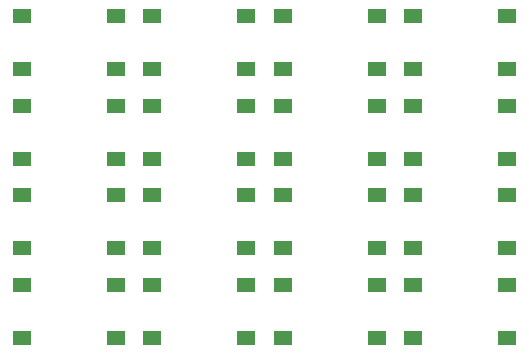
<source format=gbr>
%TF.GenerationSoftware,KiCad,Pcbnew,8.0.1*%
%TF.CreationDate,2024-04-21T10:41:17+07:00*%
%TF.ProjectId,RIFD_Final,52494644-5f46-4696-9e61-6c2e6b696361,rev?*%
%TF.SameCoordinates,Original*%
%TF.FileFunction,Paste,Top*%
%TF.FilePolarity,Positive*%
%FSLAX46Y46*%
G04 Gerber Fmt 4.6, Leading zero omitted, Abs format (unit mm)*
G04 Created by KiCad (PCBNEW 8.0.1) date 2024-04-21 10:41:17*
%MOMM*%
%LPD*%
G01*
G04 APERTURE LIST*
%ADD10R,1.550000X1.300000*%
G04 APERTURE END LIST*
D10*
%TO.C,8*%
X88050000Y-49500000D03*
X96000000Y-49500000D03*
X88050000Y-54000000D03*
X96000000Y-54000000D03*
%TD*%
%TO.C,5*%
X88050000Y-41920000D03*
X96000000Y-41920000D03*
X88050000Y-46420000D03*
X96000000Y-46420000D03*
%TD*%
%TO.C,1*%
X77000000Y-34340000D03*
X84950000Y-34340000D03*
X77000000Y-38840000D03*
X84950000Y-38840000D03*
%TD*%
%TO.C,3*%
X99100000Y-34340000D03*
X107050000Y-34340000D03*
X99100000Y-38840000D03*
X107050000Y-38840000D03*
%TD*%
%TO.C,6*%
X99100000Y-41920000D03*
X107050000Y-41920000D03*
X99100000Y-46420000D03*
X107050000Y-46420000D03*
%TD*%
%TO.C,7*%
X77000000Y-49500000D03*
X84950000Y-49500000D03*
X77000000Y-54000000D03*
X84950000Y-54000000D03*
%TD*%
%TO.C,B*%
X110150000Y-41920000D03*
X118100000Y-41920000D03*
X110150000Y-46420000D03*
X118100000Y-46420000D03*
%TD*%
%TO.C,0*%
X88050000Y-57080000D03*
X96000000Y-57080000D03*
X88050000Y-61580000D03*
X96000000Y-61580000D03*
%TD*%
%TO.C,\u002A*%
X77000000Y-57080000D03*
X84950000Y-57080000D03*
X77000000Y-61580000D03*
X84950000Y-61580000D03*
%TD*%
%TO.C,2*%
X88050000Y-34340000D03*
X96000000Y-34340000D03*
X88050000Y-38840000D03*
X96000000Y-38840000D03*
%TD*%
%TO.C,9*%
X99100000Y-49500000D03*
X107050000Y-49500000D03*
X99100000Y-54000000D03*
X107050000Y-54000000D03*
%TD*%
%TO.C,4*%
X77000000Y-41920000D03*
X84950000Y-41920000D03*
X77000000Y-46420000D03*
X84950000Y-46420000D03*
%TD*%
%TO.C,C*%
X110150000Y-49500000D03*
X118100000Y-49500000D03*
X110150000Y-54000000D03*
X118100000Y-54000000D03*
%TD*%
%TO.C,D*%
X110150000Y-57080000D03*
X118100000Y-57080000D03*
X110150000Y-61580000D03*
X118100000Y-61580000D03*
%TD*%
%TO.C,#*%
X99100000Y-57080000D03*
X107050000Y-57080000D03*
X99100000Y-61580000D03*
X107050000Y-61580000D03*
%TD*%
%TO.C,A*%
X110150000Y-34340000D03*
X118100000Y-34340000D03*
X110150000Y-38840000D03*
X118100000Y-38840000D03*
%TD*%
M02*

</source>
